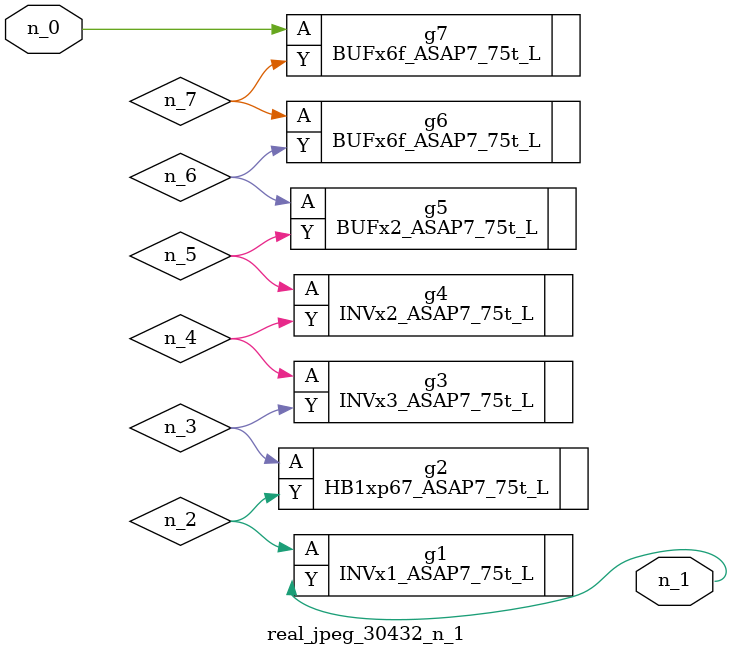
<source format=v>
module real_jpeg_30432_n_1 (n_0, n_1);

input n_0;

output n_1;

wire n_5;
wire n_4;
wire n_2;
wire n_6;
wire n_7;
wire n_3;

BUFx6f_ASAP7_75t_L g7 ( 
.A(n_0),
.Y(n_7)
);

INVx1_ASAP7_75t_L g1 ( 
.A(n_2),
.Y(n_1)
);

HB1xp67_ASAP7_75t_L g2 ( 
.A(n_3),
.Y(n_2)
);

INVx3_ASAP7_75t_L g3 ( 
.A(n_4),
.Y(n_3)
);

INVx2_ASAP7_75t_L g4 ( 
.A(n_5),
.Y(n_4)
);

BUFx2_ASAP7_75t_L g5 ( 
.A(n_6),
.Y(n_5)
);

BUFx6f_ASAP7_75t_L g6 ( 
.A(n_7),
.Y(n_6)
);


endmodule
</source>
